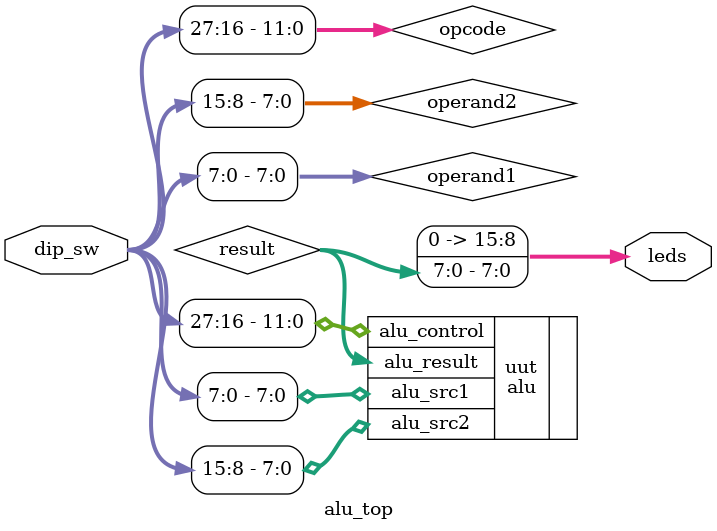
<source format=v>
`timescale 1ns / 1ps

module alu_top(
    output [15:0] leds,
    input  [31:0] dip_sw
    );
    wire [7:0] operand1, operand2;
    wire [11:0] opcode;
    wire [7:0] result;
    
    assign operand1 = dip_sw [7:0];
    assign operand2 = dip_sw [15:8];
    assign opcode = dip_sw [27:16];
    assign leds[7:0] =  result[7:0];
    assign leds[15:8] = 8'b0;
    alu  #( .DATA_WIDTH(8))
        uut(
        .alu_src1(operand1),
        .alu_src2(operand2),
        .alu_control(opcode),
        .alu_result(result)
    );
endmodule

</source>
